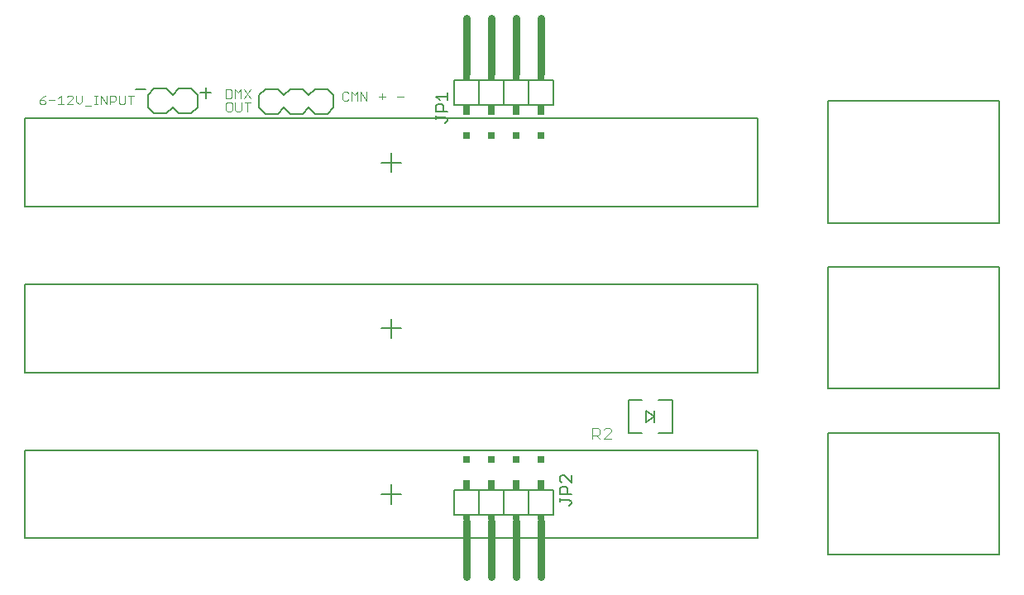
<source format=gbr>
G04 EAGLE Gerber RS-274X export*
G75*
%MOMM*%
%FSLAX34Y34*%
%LPD*%
%INSilkscreen Top*%
%IPPOS*%
%AMOC8*
5,1,8,0,0,1.08239X$1,22.5*%
G01*
%ADD10C,0.152400*%
%ADD11C,0.076200*%
%ADD12C,0.203200*%
%ADD13C,0.101600*%
%ADD14C,0.127000*%
%ADD15C,0.762000*%
%ADD16R,0.762000X0.508000*%
%ADD17R,0.762000X1.016000*%
%ADD18R,0.762000X0.762000*%


D10*
X179562Y491497D02*
X190409Y491497D01*
X184985Y496920D02*
X184985Y486074D01*
X123709Y495197D02*
X112862Y495197D01*
D11*
X329584Y492387D02*
X331152Y490819D01*
X329584Y492387D02*
X326449Y492387D01*
X324881Y490819D01*
X324881Y484549D01*
X326449Y482981D01*
X329584Y482981D01*
X331152Y484549D01*
X334236Y482981D02*
X334236Y492387D01*
X337372Y489252D01*
X340507Y492387D01*
X340507Y482981D01*
X343591Y482981D02*
X343591Y492387D01*
X349862Y482981D01*
X349862Y492387D01*
X362302Y487684D02*
X368572Y487684D01*
X365437Y490819D02*
X365437Y484549D01*
X381012Y487684D02*
X387283Y487684D01*
X210584Y481787D02*
X207449Y481787D01*
X205881Y480219D01*
X205881Y473949D01*
X207449Y472381D01*
X210584Y472381D01*
X212152Y473949D01*
X212152Y480219D01*
X210584Y481787D01*
X215236Y481787D02*
X215236Y473949D01*
X216804Y472381D01*
X219939Y472381D01*
X221507Y473949D01*
X221507Y481787D01*
X227727Y481787D02*
X227727Y472381D01*
X230862Y481787D02*
X224591Y481787D01*
D12*
X258750Y469800D02*
X265100Y476150D01*
X258750Y469800D02*
X246050Y469800D01*
X239700Y476150D01*
X239700Y488850D02*
X246050Y495200D01*
X258750Y495200D01*
X265100Y488850D01*
X296850Y469800D02*
X309550Y469800D01*
X296850Y469800D02*
X290500Y476150D01*
X290500Y488850D02*
X296850Y495200D01*
X290500Y476150D02*
X284150Y469800D01*
X271450Y469800D01*
X265100Y476150D01*
X265100Y488850D02*
X271450Y495200D01*
X284150Y495200D01*
X290500Y488850D01*
X315900Y488850D02*
X315900Y476150D01*
X309550Y469800D01*
X315900Y488850D02*
X309550Y495200D01*
X296850Y495200D01*
X239700Y488850D02*
X239700Y476150D01*
D13*
X205704Y485860D02*
X205704Y495012D01*
X205704Y485860D02*
X210280Y485860D01*
X211806Y487385D01*
X211806Y493487D01*
X210280Y495012D01*
X205704Y495012D01*
X215060Y495012D02*
X215060Y485860D01*
X218110Y491961D02*
X215060Y495012D01*
X218110Y491961D02*
X221161Y495012D01*
X221161Y485860D01*
X230516Y485860D02*
X224415Y495012D01*
X230516Y495012D02*
X224415Y485860D01*
D12*
X144650Y495700D02*
X131950Y495700D01*
X144650Y495700D02*
X151000Y489350D01*
X151000Y476650D02*
X144650Y470300D01*
X151000Y489350D02*
X157350Y495700D01*
X170050Y495700D01*
X176400Y489350D01*
X176400Y476650D02*
X170050Y470300D01*
X157350Y470300D01*
X151000Y476650D01*
X125600Y476650D02*
X125600Y489350D01*
X131950Y495700D01*
X125600Y476650D02*
X131950Y470300D01*
X144650Y470300D01*
X176400Y476650D02*
X176400Y489350D01*
D13*
X21147Y488548D02*
X18097Y487023D01*
X15046Y483972D01*
X15046Y480921D01*
X16571Y479396D01*
X19622Y479396D01*
X21147Y480921D01*
X21147Y482447D01*
X19622Y483972D01*
X15046Y483972D01*
X24401Y483972D02*
X30502Y483972D01*
X33756Y485497D02*
X36807Y488548D01*
X36807Y479396D01*
X33756Y479396D02*
X39858Y479396D01*
X43112Y479396D02*
X49213Y479396D01*
X43112Y479396D02*
X49213Y485497D01*
X49213Y487023D01*
X47687Y488548D01*
X44637Y488548D01*
X43112Y487023D01*
X52467Y488548D02*
X52467Y482447D01*
X55517Y479396D01*
X58568Y482447D01*
X58568Y488548D01*
X61822Y477871D02*
X67923Y477871D01*
X71177Y479396D02*
X74228Y479396D01*
X72702Y479396D02*
X72702Y488548D01*
X71177Y488548D02*
X74228Y488548D01*
X77414Y488548D02*
X77414Y479396D01*
X83515Y479396D02*
X77414Y488548D01*
X83515Y488548D02*
X83515Y479396D01*
X86769Y479396D02*
X86769Y488548D01*
X91345Y488548D01*
X92870Y487023D01*
X92870Y483972D01*
X91345Y482447D01*
X86769Y482447D01*
X96124Y480921D02*
X96124Y488548D01*
X96124Y480921D02*
X97650Y479396D01*
X100700Y479396D01*
X102225Y480921D01*
X102225Y488548D01*
X108530Y488548D02*
X108530Y479396D01*
X105479Y488548D02*
X111581Y488548D01*
D12*
X617500Y177000D02*
X631500Y177000D01*
X617500Y177000D02*
X617500Y143000D01*
X631500Y143000D01*
X648500Y177000D02*
X662500Y177000D01*
X662500Y143000D01*
X648500Y143000D01*
X644000Y160000D02*
X644000Y166000D01*
X644000Y160000D02*
X644000Y154000D01*
X644000Y160000D02*
X636000Y166000D01*
X636000Y154000D01*
X644000Y160000D01*
D13*
X580558Y148152D02*
X580558Y136458D01*
X580558Y148152D02*
X586405Y148152D01*
X588354Y146203D01*
X588354Y142305D01*
X586405Y140356D01*
X580558Y140356D01*
X584456Y140356D02*
X588354Y136458D01*
X592252Y136458D02*
X600048Y136458D01*
X592252Y136458D02*
X600048Y144254D01*
X600048Y146203D01*
X598099Y148152D01*
X594201Y148152D01*
X592252Y146203D01*
D14*
X375000Y410000D02*
X375000Y430000D01*
X385000Y420000D02*
X365000Y420000D01*
X750000Y375000D02*
X750000Y465000D01*
X0Y465000D01*
X0Y375000D01*
X750000Y375000D01*
X375000Y260000D02*
X375000Y240000D01*
X385000Y250000D02*
X365000Y250000D01*
X750000Y205000D02*
X750000Y295000D01*
X0Y295000D01*
X0Y205000D01*
X750000Y205000D01*
X375000Y90000D02*
X375000Y70000D01*
X385000Y80000D02*
X365000Y80000D01*
X750000Y35000D02*
X750000Y125000D01*
X0Y125000D01*
X0Y35000D01*
X750000Y35000D01*
X821540Y358180D02*
X997540Y358180D01*
X821540Y358180D02*
X821540Y483180D01*
X997540Y483180D01*
X997540Y358180D01*
X997540Y188180D02*
X821540Y188180D01*
X821540Y313180D01*
X997540Y313180D01*
X997540Y188180D01*
X997540Y18180D02*
X821540Y18180D01*
X821540Y143180D01*
X997540Y143180D01*
X997540Y18180D01*
D10*
X540800Y84050D02*
X515400Y84050D01*
X515400Y58650D01*
X540800Y58650D01*
X540800Y84050D01*
D15*
X528100Y52300D02*
X528100Y-4850D01*
D10*
X515400Y84050D02*
X490000Y84050D01*
X490000Y58650D01*
X515400Y58650D01*
D15*
X502700Y52300D02*
X502700Y-4850D01*
D10*
X490000Y84050D02*
X464600Y84050D01*
X464600Y58650D01*
X490000Y58650D01*
D15*
X477300Y52300D02*
X477300Y-4850D01*
D10*
X464600Y84050D02*
X439200Y84050D01*
X439200Y58650D01*
X464600Y58650D01*
D15*
X451900Y52300D02*
X451900Y-4850D01*
D16*
X528100Y56110D03*
X502700Y56110D03*
X477300Y56110D03*
X451900Y56110D03*
D17*
X528100Y89130D03*
X502700Y89130D03*
D18*
X528100Y115800D03*
X502700Y115800D03*
D17*
X477300Y89130D03*
X451900Y89130D03*
D18*
X477300Y115800D03*
X451900Y115800D03*
D14*
X557308Y68653D02*
X559215Y70560D01*
X559215Y72466D01*
X557308Y74373D01*
X547775Y74373D01*
X547775Y72466D02*
X547775Y76280D01*
X547775Y80347D02*
X559215Y80347D01*
X547775Y80347D02*
X547775Y86067D01*
X549682Y87974D01*
X553495Y87974D01*
X555402Y86067D01*
X555402Y80347D01*
X559215Y92041D02*
X559215Y99667D01*
X559215Y92041D02*
X551589Y99667D01*
X549682Y99667D01*
X547775Y97761D01*
X547775Y93948D01*
X549682Y92041D01*
D10*
X464600Y478950D02*
X439200Y478950D01*
X464600Y478950D02*
X464600Y504350D01*
X439200Y504350D01*
X439200Y478950D01*
D15*
X451900Y510700D02*
X451900Y567850D01*
D10*
X464600Y478950D02*
X490000Y478950D01*
X490000Y504350D01*
X464600Y504350D01*
D15*
X477300Y510700D02*
X477300Y567850D01*
D10*
X490000Y478950D02*
X515400Y478950D01*
X515400Y504350D01*
X490000Y504350D01*
D15*
X502700Y510700D02*
X502700Y567850D01*
D10*
X515400Y478950D02*
X540800Y478950D01*
X540800Y504350D01*
X515400Y504350D01*
D15*
X528100Y510700D02*
X528100Y567850D01*
D16*
X451900Y506890D03*
X477300Y506890D03*
X502700Y506890D03*
X528100Y506890D03*
D17*
X451900Y473870D03*
X477300Y473870D03*
D18*
X451900Y447200D03*
X477300Y447200D03*
D17*
X502700Y473870D03*
X528100Y473870D03*
D18*
X502700Y447200D03*
X528100Y447200D03*
D14*
X432215Y462442D02*
X430308Y460535D01*
X432215Y462442D02*
X432215Y464348D01*
X430308Y466255D01*
X420775Y466255D01*
X420775Y464348D02*
X420775Y468162D01*
X420775Y472229D02*
X432215Y472229D01*
X420775Y472229D02*
X420775Y477949D01*
X422682Y479855D01*
X426495Y479855D01*
X428402Y477949D01*
X428402Y472229D01*
X424589Y483923D02*
X420775Y487736D01*
X432215Y487736D01*
X432215Y483923D02*
X432215Y491549D01*
M02*

</source>
